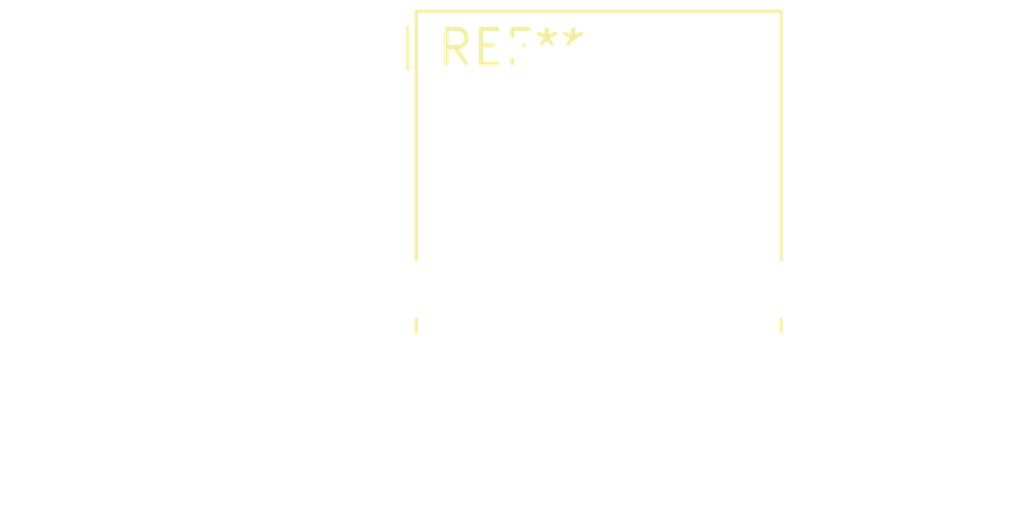
<source format=kicad_pcb>
(kicad_pcb (version 20240108) (generator pcbnew)
  (layers (0 "F.Cu" signal) (31 "B.Cu" signal) (34 "B.Paste" user) (35 "F.Paste" user) (36 "B.SilkS" user "B.Silkscreen") (37 "F.SilkS" user "F.Silkscreen") (38 "B.Mask" user) (39 "F.Mask" user) (44 "Edge.Cuts" user))
  (net 0 "")
  (footprint "RJ12_Amphenol_54601-x06_Horizontal" (layer "F.Cu") (at 0 0)
    (property "Reference" "REF**")
    (property "Value" "RJ12_Amphenol_54601-x06_Horizontal")
    (fp_line (start -3.84 0.77) (end -3.84 -0.76) (layer "F.SilkS") (stroke (width 0.12)))
    (fp_line (start -3.53 -1.34) (end 9.89 -1.34) (layer "F.SilkS") (stroke (width 0.12)))
    (fp_line (start -3.53 7.79) (end -3.53 -1.34) (layer "F.SilkS") (stroke (width 0.12)))
    (fp_line (start -3.53 10.45) (end -3.53 9.99) (layer "F.SilkS") (stroke (width 0.12)))
    (fp_line (start 9.89 -1.34) (end 9.89 7.79) (layer "F.SilkS") (stroke (width 0.12)))
    (fp_line (start 9.89 10.45) (end 9.89 9.99) (layer "F.SilkS") (stroke (width 0.12)))
    (pad "" np_thru_hole circle (at -1.9 8.89) (size 3.25 3.25) (drill 3.25) (layers *.Cu *.Mask))
    (pad "" np_thru_hole circle (at 8.26 8.89) (size 3.25 3.25) (drill 3.25) (layers *.Cu *.Mask))
    (pad "1" thru_hole roundrect (at 0 0) (size 1.52 1.52) (drill 0.76) (layers *.Cu *.Mask) (remove_unused_layers) (roundrect_rratio 0.1644736842))
    (pad "2" thru_hole circle (at 1.27 2.54) (size 1.52 1.52) (drill 0.76) (layers *.Cu *.Mask) (remove_unused_layers))
    (pad "3" thru_hole circle (at 2.54 0) (size 1.52 1.52) (drill 0.76) (layers *.Cu *.Mask) (remove_unused_layers))
    (pad "4" thru_hole circle (at 3.81 2.54) (size 1.52 1.52) (drill 0.76) (layers *.Cu *.Mask) (remove_unused_layers))
    (pad "5" thru_hole circle (at 5.08 0) (size 1.52 1.52) (drill 0.76) (layers *.Cu *.Mask) (remove_unused_layers))
    (pad "6" thru_hole circle (at 6.35 2.54) (size 1.52 1.52) (drill 0.76) (layers *.Cu *.Mask) (remove_unused_layers))
  )
)
</source>
